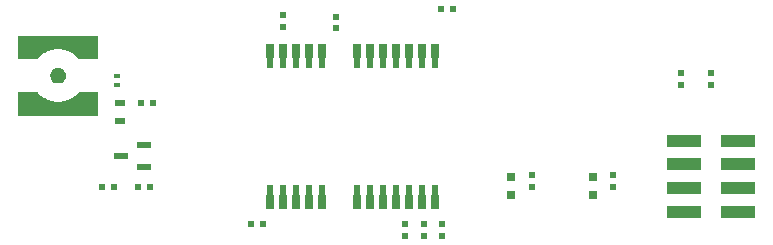
<source format=gtp>
G04*
G04 #@! TF.GenerationSoftware,Altium Limited,Altium Designer,21.6.4 (81)*
G04*
G04 Layer_Color=8421504*
%FSLAX25Y25*%
%MOIN*%
G70*
G04*
G04 #@! TF.SameCoordinates,58B769C5-09E4-400E-A119-9391F3B74D98*
G04*
G04*
G04 #@! TF.FilePolarity,Positive*
G04*
G01*
G75*
%ADD17R,0.02350X0.03525*%
%ADD18R,0.03150X0.04750*%
%ADD19R,0.05000X0.02200*%
%ADD20R,0.03543X0.02362*%
%ADD21R,0.01968X0.02362*%
%ADD22R,0.03150X0.03150*%
%ADD23R,0.01968X0.01575*%
%ADD24R,0.11614X0.04016*%
%ADD25R,0.19685X0.03937*%
%ADD26C,0.03937*%
%ADD27R,0.01968X0.01968*%
%ADD28R,0.01968X0.01968*%
%ADD29R,0.02362X0.01968*%
G36*
X606962Y761541D02*
X606966Y761536D01*
X606971Y761530D01*
X606992Y761507D01*
X607013Y761483D01*
X607018Y761479D01*
X607023Y761473D01*
X607914Y760598D01*
X607931Y760583D01*
X607947Y760567D01*
X607960Y760557D01*
X607972Y760546D01*
X607990Y760533D01*
X608008Y760519D01*
X609024Y759792D01*
X609043Y759780D01*
X609061Y759767D01*
X609075Y759759D01*
X609089Y759750D01*
X609109Y759740D01*
X609128Y759729D01*
X610244Y759167D01*
X610265Y759158D01*
X610285Y759149D01*
X610300Y759143D01*
X610315Y759136D01*
X610336Y759129D01*
X610357Y759121D01*
X611547Y758739D01*
X611569Y758734D01*
X611590Y758727D01*
X611606Y758724D01*
X611622Y758719D01*
X611644Y758716D01*
X611666Y758711D01*
X612900Y758518D01*
X612922Y758516D01*
X612945Y758512D01*
X612961Y758511D01*
X612977Y758510D01*
X612999Y758509D01*
X613022Y758508D01*
X614271D01*
X614293Y758509D01*
X614316Y758510D01*
X614332Y758511D01*
X614348Y758512D01*
X614370Y758516D01*
X614393Y758518D01*
X615627Y758711D01*
X615649Y758716D01*
X615671Y758719D01*
X615687Y758724D01*
X615703Y758727D01*
X615724Y758734D01*
X615746Y758739D01*
X616935Y759121D01*
X616957Y759129D01*
X616978Y759136D01*
X616993Y759143D01*
X617008Y759149D01*
X617028Y759158D01*
X617049Y759167D01*
X618164Y759729D01*
X618184Y759740D01*
X618204Y759750D01*
X618218Y759759D01*
X618232Y759767D01*
X618250Y759780D01*
X618269Y759792D01*
X619285Y760519D01*
X619303Y760533D01*
X619321Y760546D01*
X619333Y760557D01*
X619345Y760567D01*
X619362Y760583D01*
X619378Y760598D01*
X620269Y761473D01*
X620274Y761479D01*
X620280Y761483D01*
X620300Y761507D01*
X620322Y761530D01*
X620326Y761536D01*
X620331Y761541D01*
X620486Y761734D01*
X626858Y761734D01*
Y754011D01*
X600435D01*
Y761734D01*
X606807D01*
X606962Y761541D01*
D02*
G37*
G36*
X614408Y769834D02*
X614883Y769637D01*
X615311Y769351D01*
X615675Y768987D01*
X615961Y768560D01*
X616158Y768084D01*
X616258Y767580D01*
Y767322D01*
Y767065D01*
X616158Y766561D01*
X615961Y766085D01*
X615675Y765658D01*
X615311Y765294D01*
X614883Y765008D01*
X614408Y764811D01*
X613904Y764711D01*
X613389D01*
X612885Y764811D01*
X612409Y765008D01*
X611981Y765294D01*
X611618Y765658D01*
X611332Y766085D01*
X611135Y766561D01*
X611035Y767065D01*
Y767322D01*
Y767580D01*
X611135Y768084D01*
X611332Y768560D01*
X611618Y768987D01*
X611981Y769351D01*
X612409Y769637D01*
X612885Y769834D01*
X613389Y769934D01*
X613904D01*
X614408Y769834D01*
D02*
G37*
G36*
X626858Y772911D02*
X620486D01*
X620331Y773104D01*
X620326Y773109D01*
X620322Y773115D01*
X620300Y773138D01*
X620280Y773162D01*
X620274Y773166D01*
X620269Y773172D01*
X619378Y774047D01*
X619362Y774062D01*
X619345Y774078D01*
X619333Y774088D01*
X619321Y774099D01*
X619303Y774112D01*
X619285Y774126D01*
X618269Y774853D01*
X618250Y774865D01*
X618232Y774878D01*
X618218Y774886D01*
X618204Y774895D01*
X618184Y774905D01*
X618164Y774916D01*
X617049Y775478D01*
X617028Y775487D01*
X617008Y775497D01*
X616993Y775502D01*
X616978Y775509D01*
X616957Y775516D01*
X616935Y775524D01*
X615746Y775906D01*
X615724Y775912D01*
X615703Y775918D01*
X615687Y775921D01*
X615671Y775926D01*
X615649Y775929D01*
X615627Y775934D01*
X614393Y776127D01*
X614370Y776129D01*
X614348Y776133D01*
X614332Y776134D01*
X614316Y776135D01*
X614293Y776135D01*
X614271Y776137D01*
X613022D01*
X612999Y776135D01*
X612977Y776135D01*
X612961Y776134D01*
X612945Y776133D01*
X612922Y776129D01*
X612900Y776127D01*
X611666Y775934D01*
X611644Y775929D01*
X611622Y775926D01*
X611606Y775921D01*
X611590Y775918D01*
X611569Y775912D01*
X611547Y775906D01*
X610357Y775524D01*
X610336Y775516D01*
X610315Y775509D01*
X610300Y775502D01*
X610285Y775497D01*
X610265Y775487D01*
X610244Y775478D01*
X609128Y774916D01*
X609109Y774905D01*
X609089Y774895D01*
X609075Y774886D01*
X609061Y774878D01*
X609043Y774865D01*
X609024Y774853D01*
X608008Y774126D01*
X607990Y774112D01*
X607972Y774099D01*
X607960Y774088D01*
X607947Y774078D01*
X607931Y774062D01*
X607914Y774047D01*
X607023Y773172D01*
X607018Y773166D01*
X607013Y773162D01*
X606992Y773138D01*
X606971Y773115D01*
X606966Y773109D01*
X606962Y773104D01*
X606807Y772911D01*
X600435D01*
Y780634D01*
X626858D01*
Y772911D01*
D02*
G37*
G54D17*
X684154Y729277D02*
D03*
X688484Y729277D02*
D03*
X692815Y729277D02*
D03*
X697146Y729277D02*
D03*
X701476D02*
D03*
X713287D02*
D03*
X717618D02*
D03*
X721949D02*
D03*
X726279D02*
D03*
X730610D02*
D03*
X734941D02*
D03*
X739271D02*
D03*
X684153Y771509D02*
D03*
X688484Y771509D02*
D03*
X692815Y771509D02*
D03*
X697146Y771509D02*
D03*
X701476D02*
D03*
X713287Y771509D02*
D03*
X717618Y771509D02*
D03*
X721949Y771509D02*
D03*
X726279D02*
D03*
X730610Y771509D02*
D03*
X734941Y771509D02*
D03*
X739271Y771509D02*
D03*
G54D18*
X684154Y725177D02*
D03*
X688484Y725177D02*
D03*
X692815Y725177D02*
D03*
X697146Y725177D02*
D03*
X701476D02*
D03*
X713287D02*
D03*
X717618D02*
D03*
X721949D02*
D03*
X726279D02*
D03*
X730610D02*
D03*
X734941D02*
D03*
X739271D02*
D03*
X684153Y775609D02*
D03*
X688484Y775609D02*
D03*
X692815Y775609D02*
D03*
X697146Y775609D02*
D03*
X701476D02*
D03*
X713287D02*
D03*
X717618D02*
D03*
X721949Y775609D02*
D03*
X726279D02*
D03*
X730610Y775609D02*
D03*
X734941Y775609D02*
D03*
X739271Y775609D02*
D03*
G54D19*
X642288Y736949D02*
D03*
Y744153D02*
D03*
X634688Y740551D02*
D03*
G54D20*
X634158Y758025D02*
D03*
Y752119D02*
D03*
G54D21*
X628252Y730315D02*
D03*
X632189D02*
D03*
X741244Y789370D02*
D03*
X745181D02*
D03*
X644394Y730315D02*
D03*
X640457D02*
D03*
X677858Y717717D02*
D03*
X681795D02*
D03*
G54D22*
X791831Y733561D02*
D03*
Y727656D02*
D03*
X764666Y733561D02*
D03*
Y727656D02*
D03*
G54D23*
X633322Y764173D02*
D03*
Y767323D02*
D03*
G54D24*
X840240Y721969D02*
D03*
Y729843D02*
D03*
Y737716D02*
D03*
Y745590D02*
D03*
X822327Y721969D02*
D03*
Y729843D02*
D03*
Y737716D02*
D03*
Y745590D02*
D03*
G54D25*
X613646Y755842D02*
D03*
X612646Y778323D02*
D03*
G54D26*
X613646Y767322D02*
D03*
G54D27*
X645181Y758025D02*
D03*
X641244D02*
D03*
G54D28*
X729433Y713779D02*
D03*
Y717717D02*
D03*
X735558Y713779D02*
D03*
Y717717D02*
D03*
X741634Y713779D02*
D03*
Y717717D02*
D03*
X688491Y787402D02*
D03*
Y783464D02*
D03*
G54D29*
X706205Y787008D02*
D03*
Y783071D02*
D03*
X771559Y734252D02*
D03*
Y730315D02*
D03*
X798724Y734252D02*
D03*
Y730315D02*
D03*
X821189Y764173D02*
D03*
Y768110D02*
D03*
X831248Y764173D02*
D03*
Y768110D02*
D03*
M02*

</source>
